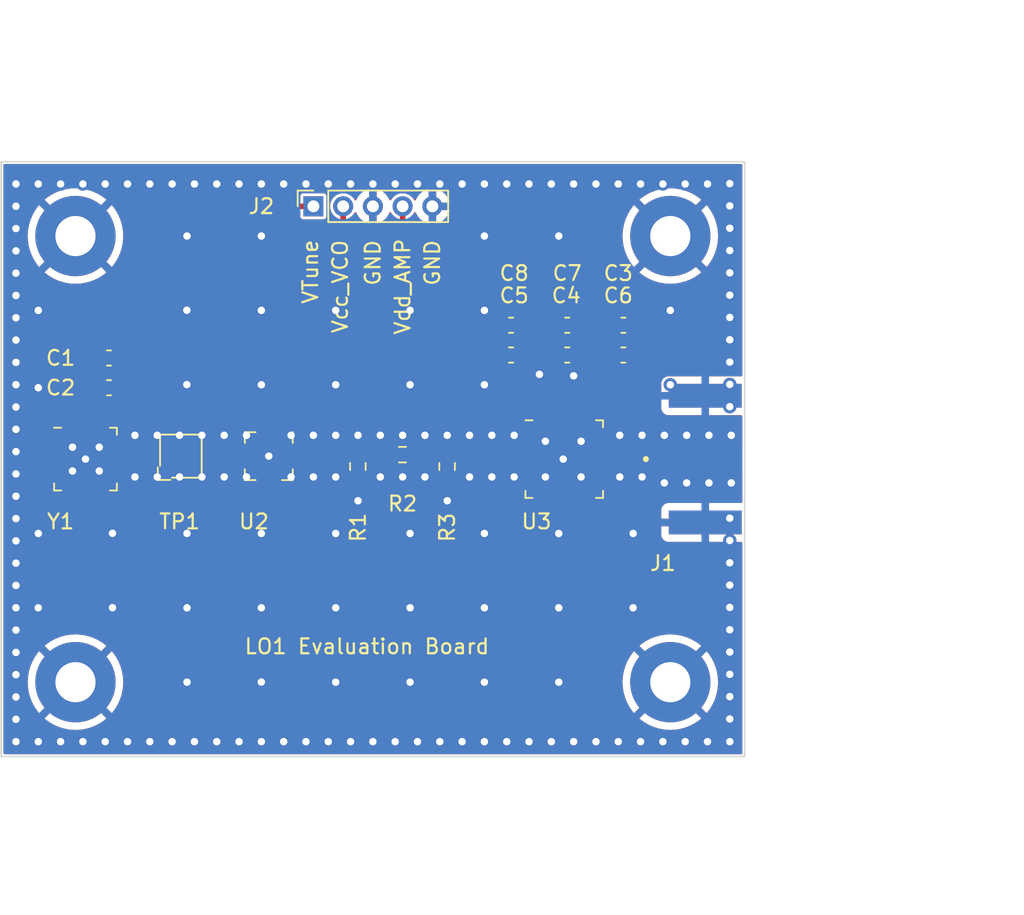
<source format=kicad_pcb>
(kicad_pcb (version 20211014) (generator pcbnew)
  (layers (0 "F.Cu" signal) (31 "B.Cu" signal) (34 "B.Paste" user) (35 "F.Paste" user) (36 "B.SilkS" user "B.Silkscreen") (37 "F.SilkS" user "F.Silkscreen") (38 "B.Mask" user) (39 "F.Mask" user) (44 "Edge.Cuts" user))
  (net 0 "")
  (net 1 "/Vcc_VCO")
  (net 2 "GND")
  (net 3 "/Vdd_Amp")
  (net 4 "/RFOut")
  (net 5 "/VTune")
  (net 8 "/FD_out")
  (net 9 "/Att_out")
  (net 10 "/TP_out")
  (net 11 "/VCO_out")
  (footprint "Resistor_SMD:R_0603_1608Metric" (layer "F.Cu") (at 164.99 90.5 90)
    (fp_text reference "R3" (at -4.1 0.01 90) (layer "F.SilkS"))
    (fp_text value "100 R")
    (fp_line (start -0.237258 0.5225) (end 0.237258 0.5225) (layer "F.SilkS") (width 0.12))
    (fp_line (start -0.237258 -0.5225) (end 0.237258 -0.5225) (layer "F.SilkS") (width 0.12))
    (pad "1" smd roundrect (at -0.825 0 90) (size 0.8 0.95) (layers "F.Cu" "F.Paste" "F.Mask") (net 2 "GND"))
    (pad "2" smd roundrect (at 0.825 0 90) (size 0.8 0.95) (layers "F.Cu" "F.Paste" "F.Mask") (net 9 "/Att_out"))
  )
  (footprint "Capacitor_SMD:C_0603_1608Metric" (layer "F.Cu") (at 142.25 83.2)
    (fp_text reference "C1" (at -3.25 0) (layer "F.SilkS"))
    (fp_text value "10 nF")
    (fp_line (start -0.14058 -0.51) (end 0.14058 -0.51) (layer "F.SilkS") (width 0.12))
    (fp_line (start -0.14058 0.51) (end 0.14058 0.51) (layer "F.SilkS") (width 0.12))
    (pad "1" smd roundrect (at -0.775 0) (size 0.9 0.95) (layers "F.Cu" "F.Paste" "F.Mask") (net 1 "/Vcc_VCO"))
    (pad "2" smd roundrect (at 0.775 0) (size 0.9 0.95) (layers "F.Cu" "F.Paste" "F.Mask") (net 2 "GND"))
  )
  (footprint "Package_DFN_QFN:QFN-32-1EP_5x5mm_P0.5mm_EP3.6x3.6mm" (layer "F.Cu") (at 172.867488 89.999999)
    (fp_text reference "U3" (at -1.867488 4.200001) (layer "F.SilkS"))
    (fp_text value "HMC516")
    (fp_line (start -2.135 -2.61) (end -2.61 -2.61) (layer "F.SilkS") (width 0.12))
    (fp_line (start 2.61 -2.61) (end 2.61 -2.135) (layer "F.SilkS") (width 0.12))
    (fp_line (start 2.135 2.61) (end 2.61 2.61) (layer "F.SilkS") (width 0.12))
    (fp_line (start 2.61 2.61) (end 2.61 2.135) (layer "F.SilkS") (width 0.12))
    (fp_line (start 2.135 -2.61) (end 2.61 -2.61) (layer "F.SilkS") (width 0.12))
    (fp_line (start -2.61 2.61) (end -2.61 2.135) (layer "F.SilkS") (width 0.12))
    (fp_line (start -2.135 2.61) (end -2.61 2.61) (layer "F.SilkS") (width 0.12))
    (pad "1" smd roundrect (at -2.45 -1.75) (size 0.8 0.25) (layers "F.Cu" "F.Paste" "F.Mask") (net 2 "GND"))
    (pad "2" smd roundrect (at -2.45 -1.25) (size 0.8 0.25) (layers "F.Cu" "F.Paste" "F.Mask") (net 2 "GND"))
    (pad "3" smd roundrect (at -2.45 -0.75) (size 0.8 0.25) (layers "F.Cu" "F.Paste" "F.Mask") (net 2 "GND"))
    (pad "4" smd roundrect (at -2.45 -0.25) (size 0.8 0.25) (layers "F.Cu" "F.Paste" "F.Mask") (net 9 "/Att_out"))
    (pad "5" smd roundrect (at -2.45 0.25) (size 0.8 0.25) (layers "F.Cu" "F.Paste" "F.Mask") (net 2 "GND"))
    (pad "6" smd roundrect (at -2.45 0.75) (size 0.8 0.25) (layers "F.Cu" "F.Paste" "F.Mask") (net 2 "GND"))
    (pad "7" smd roundrect (at -2.45 1.25) (size 0.8 0.25) (layers "F.Cu" "F.Paste" "F.Mask") (net 2 "GND"))
    (pad "8" smd roundrect (at -2.45 1.75) (size 0.8 0.25) (layers "F.Cu" "F.Paste" "F.Mask") (net 2 "GND"))
    (pad "9" smd roundrect (at -1.75 2.45) (size 0.25 0.8) (layers "F.Cu" "F.Paste" "F.Mask") (net 2 "GND"))
    (pad "10" smd roundrect (at -1.25 2.45) (size 0.25 0.8) (layers "F.Cu" "F.Paste" "F.Mask") (net 2 "GND"))
    (pad "11" smd roundrect (at -0.75 2.45) (size 0.25 0.8) (layers "F.Cu" "F.Paste" "F.Mask") (net 2 "GND"))
    (pad "12" smd roundrect (at -0.25 2.45) (size 0.25 0.8) (layers "F.Cu" "F.Paste" "F.Mask") (net 2 "GND"))
    (pad "13" smd roundrect (at 0.25 2.45) (size 0.25 0.8) (layers "F.Cu" "F.Paste" "F.Mask") (net 2 "GND"))
    (pad "14" smd roundrect (at 0.75 2.45) (size 0.25 0.8) (layers "F.Cu" "F.Paste" "F.Mask") (net 2 "GND"))
    (pad "15" smd roundrect (at 1.25 2.45) (size 0.25 0.8) (layers "F.Cu" "F.Paste" "F.Mask") (net 2 "GND"))
    (pad "16" smd roundrect (at 1.75 2.45) (size 0.25 0.8) (layers "F.Cu" "F.Paste" "F.Mask") (net 2 "GND"))
    (pad "17" smd roundrect (at 2.45 1.75) (size 0.8 0.25) (layers "F.Cu" "F.Paste" "F.Mask") (net 2 "GND"))
    (pad "18" smd roundrect (at 2.45 1.25) (size 0.8 0.25) (layers "F.Cu" "F.Paste" "F.Mask") (net 2 "GND"))
    (pad "19" smd roundrect (at 2.45 0.75) (size 0.8 0.25) (layers "F.Cu" "F.Paste" "F.Mask") (net 2 "GND"))
    (pad "20" smd roundrect (at 2.45 0.25) (size 0.8 0.25) (layers "F.Cu" "F.Paste" "F.Mask") (net 2 "GND"))
    (pad "21" smd roundrect (at 2.45 -0.25) (size 0.8 0.25) (layers "F.Cu" "F.Paste" "F.Mask") (net 4 "/RFOut"))
    (pad "22" smd roundrect (at 2.45 -0.75) (size 0.8 0.25) (layers "F.Cu" "F.Paste" "F.Mask") (net 2 "GND"))
    (pad "23" smd roundrect (at 2.45 -1.25) (size 0.8 0.25) (layers "F.Cu" "F.Paste" "F.Mask") (net 2 "GND"))
    (pad "24" smd roundrect (at 2.45 -1.75) (size 0.8 0.25) (layers "F.Cu" "F.Paste" "F.Mask") (net 2 "GND"))
    (pad "25" smd roundrect (at 1.75 -2.45) (size 0.25 0.8) (layers "F.Cu" "F.Paste" "F.Mask") (net 2 "GND"))
    (pad "26" smd roundrect (at 1.25 -2.45) (size 0.25 0.8) (layers "F.Cu" "F.Paste" "F.Mask") (net 3 "/Vdd_Amp"))
    (pad "27" smd roundrect (at 0.75 -2.45) (size 0.25 0.8) (layers "F.Cu" "F.Paste" "F.Mask") (net 2 "GND"))
    (pad "28" smd roundrect (at 0.25 -2.45) (size 0.25 0.8) (layers "F.Cu" "F.Paste" "F.Mask") (net 3 "/Vdd_Amp"))
    (pad "29" smd roundrect (at -0.25 -2.45) (size 0.25 0.8) (layers "F.Cu" "F.Paste" "F.Mask") (net 2 "GND"))
    (pad "30" smd roundrect (at -0.75 -2.45) (size 0.25 0.8) (layers "F.Cu" "F.Paste" "F.Mask") (net 3 "/Vdd_Amp"))
    (pad "31" smd roundrect (at -1.25 -2.45) (size 0.25 0.8) (layers "F.Cu" "F.Paste" "F.Mask") (net 2 "GND"))
    (pad "32" smd roundrect (at -1.75 -2.45) (size 0.25 0.8) (layers "F.Cu" "F.Paste" "F.Mask") (net 2 "GND"))
    (pad "33" smd rect (at 0 0) (size 3.6 3.6) (layers "F.Cu" "F.Mask") (net 2 "GND"))
  )
  (footprint "GGS_Connectors:LINX_CONSMA020.062-G" (layer "F.Cu") (at 184.8 90 90)
    (fp_text reference "J1" (at -7.000001 -5.299987 180) (layer "F.SilkS"))
    (fp_text value "SMA")
    (fp_circle (center 0 -6.44) (end 0.1 -6.44) (layer "F.SilkS") (width 0.2) (fill none))
    (pad "1" smd rect (at 0 -2.8 90) (size 1.5 5.6) (layers "F.Cu" "F.Paste" "F.Mask") (net 4 "/RFOut"))
    (pad "S1" smd rect (at -4.26 -2.45 90) (size 1.6 4.9) (layers "F.Cu" "F.Paste" "F.Mask") (net 2 "GND"))
    (pad "S2" smd rect (at 4.26 -2.45 90) (size 1.6 4.9) (layers "F.Cu" "F.Paste" "F.Mask") (net 2 "GND"))
    (pad "S3" smd rect (at -4.26 -2.45 90) (size 1.6 4.9) (layers "B.Cu" "B.Paste" "B.Mask") (net 2 "GND"))
    (pad "S4" smd rect (at 4.26 -2.45 90) (size 1.6 4.9) (layers "B.Cu" "B.Paste" "B.Mask") (net 2 "GND"))
  )
  (footprint "Connector_PinSocket_2.00mm:PinSocket_1x05_P2.00mm_Vertical" (layer "F.Cu") (at 156 73 90)
    (fp_text reference "J2" (at 0 -3.5) (layer "F.SilkS"))
    (fp_text value "Conn_01x05")
    (fp_line (start -1.06 9.06) (end 1.06 9.06) (layer "F.SilkS") (width 0.12))
    (fp_line (start 0 -1.06) (end 1.06 -1.06) (layer "F.SilkS") (width 0.12))
    (fp_line (start -1.06 1) (end -1.06 9.06) (layer "F.SilkS") (width 0.12))
    (fp_line (start 1.06 1) (end 1.06 9.06) (layer "F.SilkS") (width 0.12))
    (fp_line (start 1.06 -1.06) (end 1.06 0) (layer "F.SilkS") (width 0.12))
    (fp_line (start -1.06 1) (end 1.06 1) (layer "F.SilkS") (width 0.12))
    (pad "1" thru_hole rect (at 0 0 90) (size 1.35 1.35) (drill 0.8) (layers *.Cu *.Mask) (net 5 "/VTune"))
    (pad "2" thru_hole oval (at 0 2 90) (size 1.35 1.35) (drill 0.8) (layers *.Cu *.Mask) (net 1 "/Vcc_VCO"))
    (pad "3" thru_hole oval (at 0 4 90) (size 1.35 1.35) (drill 0.8) (layers *.Cu *.Mask) (net 2 "GND"))
    (pad "4" thru_hole oval (at 0 6 90) (size 1.35 1.35) (drill 0.8) (layers *.Cu *.Mask) (net 3 "/Vdd_Amp"))
    (pad "5" thru_hole oval (at 0 8 90) (size 1.35 1.35) (drill 0.8) (layers *.Cu *.Mask) (net 2 "GND"))
  )
  (footprint "Capacitor_SMD:C_0603_1608Metric" (layer "F.Cu") (at 169.2925 83 180)
    (fp_text reference "C8" (at -0.2075 5.5) (layer "F.SilkS"))
    (fp_text value "2.2 uF")
    (fp_line (start -0.14058 0.51) (end 0.14058 0.51) (layer "F.SilkS") (width 0.12))
    (fp_line (start -0.14058 -0.51) (end 0.14058 -0.51) (layer "F.SilkS") (width 0.12))
    (pad "1" smd roundrect (at -0.775 0 180) (size 0.9 0.95) (layers "F.Cu" "F.Paste" "F.Mask") (net 3 "/Vdd_Amp"))
    (pad "2" smd roundrect (at 0.775 0 180) (size 0.9 0.95) (layers "F.Cu" "F.Paste" "F.Mask") (net 2 "GND"))
  )
  (footprint "Capacitor_SMD:C_0603_1608Metric" (layer "F.Cu") (at 176.8425 83)
    (fp_text reference "C3" (at -0.3425 -5.5) (layer "F.SilkS"))
    (fp_text value "100 pF")
    (fp_line (start -0.14058 -0.51) (end 0.14058 -0.51) (layer "F.SilkS") (width 0.12))
    (fp_line (start -0.14058 0.51) (end 0.14058 0.51) (layer "F.SilkS") (width 0.12))
    (pad "1" smd roundrect (at -0.775 0) (size 0.9 0.95) (layers "F.Cu" "F.Paste" "F.Mask") (net 3 "/Vdd_Amp"))
    (pad "2" smd roundrect (at 0.775 0) (size 0.9 0.95) (layers "F.Cu" "F.Paste" "F.Mask") (net 2 "GND"))
  )
  (footprint "Capacitor_SMD:C_0603_1608Metric" (layer "F.Cu") (at 176.8425 81)
    (fp_text reference "C6" (at -0.3425 -2) (layer "F.SilkS"))
    (fp_text value "2.2 uF")
    (fp_line (start -0.14058 -0.51) (end 0.14058 -0.51) (layer "F.SilkS") (width 0.12))
    (fp_line (start -0.14058 0.51) (end 0.14058 0.51) (layer "F.SilkS") (width 0.12))
    (pad "1" smd roundrect (at -0.775 0) (size 0.9 0.95) (layers "F.Cu" "F.Paste" "F.Mask") (net 3 "/Vdd_Amp"))
    (pad "2" smd roundrect (at 0.775 0) (size 0.9 0.95) (layers "F.Cu" "F.Paste" "F.Mask") (net 2 "GND"))
  )
  (footprint "MountingHole:MountingHole_2.7mm_M2.5_Pad" (layer "F.Cu") (at 140 105)
    (fp_text reference "H2" hide)
    (fp_text value "M2.5")
    (pad "1" thru_hole circle (at 0 0) (size 5.4 5.4) (drill 2.7) (layers *.Cu *.Mask) (net 2 "GND"))
  )
  (footprint "Capacitor_SMD:C_0603_1608Metric" (layer "F.Cu") (at 142.25 85.2)
    (fp_text reference "C2" (at -3.25 0) (layer "F.SilkS"))
    (fp_text value "4.7 uF")
    (fp_line (start -0.14058 0.51) (end 0.14058 0.51) (layer "F.SilkS") (width 0.12))
    (fp_line (start -0.14058 -0.51) (end 0.14058 -0.51) (layer "F.SilkS") (width 0.12))
    (pad "1" smd roundrect (at -0.775 0) (size 0.9 0.95) (layers "F.Cu" "F.Paste" "F.Mask") (net 1 "/Vcc_VCO"))
    (pad "2" smd roundrect (at 0.775 0) (size 0.9 0.95) (layers "F.Cu" "F.Paste" "F.Mask") (net 2 "GND"))
  )
  (footprint "Capacitor_SMD:C_0603_1608Metric" (layer "F.Cu") (at 173.0675 83)
    (fp_text reference "C4" (at -0.0675 -4) (layer "F.SilkS"))
    (fp_text value "100 pF")
    (fp_line (start -0.14058 -0.51) (end 0.14058 -0.51) (layer "F.SilkS") (width 0.12))
    (fp_line (start -0.14058 0.51) (end 0.14058 0.51) (layer "F.SilkS") (width 0.12))
    (pad "1" smd roundrect (at -0.775 0) (size 0.9 0.95) (layers "F.Cu" "F.Paste" "F.Mask") (net 3 "/Vdd_Amp"))
    (pad "2" smd roundrect (at 0.775 0) (size 0.9 0.95) (layers "F.Cu" "F.Paste" "F.Mask") (net 2 "GND"))
  )
  (footprint "Package_DFN_QFN:QFN-24-1EP_4x4mm_P0.5mm_EP2.7x2.7mm" (layer "F.Cu") (at 140.675 89.999999)
    (fp_text reference "Y1" (at -1.675 4.2) (layer "F.SilkS"))
    (fp_text value "HMC506LP4")
    (fp_line (start 2.11 -2.11) (end 2.11 -1.635) (layer "F.SilkS") (width 0.12))
    (fp_line (start 1.635 2.11) (end 2.11 2.11) (layer "F.SilkS") (width 0.12))
    (fp_line (start 1.635 -2.11) (end 2.11 -2.11) (layer "F.SilkS") (width 0.12))
    (fp_line (start -1.635 2.11) (end -2.11 2.11) (layer "F.SilkS") (width 0.12))
    (fp_line (start -1.635 -2.11) (end -2.11 -2.11) (layer "F.SilkS") (width 0.12))
    (fp_line (start -2.11 2.11) (end -2.11 1.635) (layer "F.SilkS") (width 0.12))
    (fp_line (start 2.11 2.11) (end 2.11 1.635) (layer "F.SilkS") (width 0.12))
    (pad "1" smd roundrect (at -1.9625 -1.25) (size 0.825 0.25) (layers "F.Cu" "F.Paste" "F.Mask") (net 2 "GND"))
    (pad "2" smd roundrect (at -1.9625 -0.75) (size 0.825 0.25) (layers "F.Cu" "F.Paste" "F.Mask") (net 2 "GND"))
    (pad "3" smd roundrect (at -1.9625 -0.25) (size 0.825 0.25) (layers "F.Cu" "F.Paste" "F.Mask") (net 2 "GND"))
    (pad "4" smd roundrect (at -1.9625 0.25) (size 0.825 0.25) (layers "F.Cu" "F.Paste" "F.Mask") (net 2 "GND"))
    (pad "5" smd roundrect (at -1.9625 0.75) (size 0.825 0.25) (layers "F.Cu" "F.Paste" "F.Mask") (net 2 "GND"))
    (pad "6" smd roundrect (at -1.9625 1.25) (size 0.825 0.25) (layers "F.Cu" "F.Paste" "F.Mask") (net 2 "GND"))
    (pad "7" smd roundrect (at -1.25 1.9625) (size 0.25 0.825) (layers "F.Cu" "F.Paste" "F.Mask") (net 2 "GND"))
    (pad "8" smd roundrect (at -0.75 1.9625) (size 0.25 0.825) (layers "F.Cu" "F.Paste" "F.Mask") (net 2 "GND"))
    (pad "9" smd roundrect (at -0.25 1.9625) (size 0.25 0.825) (layers "F.Cu" "F.Paste" "F.Mask") (net 2 "GND"))
    (pad "10" smd roundrect (at 0.25 1.9625) (size 0.25 0.825) (layers "F.Cu" "F.Paste" "F.Mask") (net 2 "GND"))
    (pad "11" smd roundrect (at 0.75 1.9625) (size 0.25 0.825) (layers "F.Cu" "F.Paste" "F.Mask") (net 2 "GND"))
    (pad "12" smd roundrect (at 1.25 1.9625) (size 0.25 0.825) (layers "F.Cu" "F.Paste" "F.Mask") (net 2 "GND"))
    (pad "13" smd roundrect (at 1.9625 1.25) (size 0.825 0.25) (layers "F.Cu" "F.Paste" "F.Mask") (net 2 "GND"))
    (pad "14" smd roundrect (at 1.9625 0.75) (size 0.825 0.25) (layers "F.Cu" "F.Paste" "F.Mask") (net 2 "GND"))
    (pad "15" smd roundrect (at 1.9625 0.25) (size 0.825 0.25) (layers "F.Cu" "F.Paste" "F.Mask") (net 2 "GND"))
    (pad "16" smd roundrect (at 1.9625 -0.25) (size 0.825 0.25) (layers "F.Cu" "F.Paste" "F.Mask") (net 11 "/VCO_out"))
    (pad "17" smd roundrect (at 1.9625 -0.75) (size 0.825 0.25) (layers "F.Cu" "F.Paste" "F.Mask") (net 2 "GND"))
    (pad "18" smd roundrect (at 1.9625 -1.25) (size 0.825 0.25) (layers "F.Cu" "F.Paste" "F.Mask") (net 2 "GND"))
    (pad "19" smd roundrect (at 1.25 -1.9625) (size 0.25 0.825) (layers "F.Cu" "F.Paste" "F.Mask") (net 2 "GND"))
    (pad "20" smd roundrect (at 0.75 -1.9625) (size 0.25 0.825) (layers "F.Cu" "F.Paste" "F.Mask") (net 1 "/Vcc_VCO"))
    (pad "21" smd roundrect (at 0.25 -1.9625) (size 0.25 0.825) (layers "F.Cu" "F.Paste" "F.Mask") (net 2 "GND"))
    (pad "22" smd roundrect (at -0.25 -1.9625) (size 0.25 0.825) (layers "F.Cu" "F.Paste" "F.Mask") (net 5 "/VTune"))
    (pad "23" smd roundrect (at -0.75 -1.9625) (size 0.25 0.825) (layers "F.Cu" "F.Paste" "F.Mask") (net 2 "GND"))
    (pad "24" smd roundrect (at -1.25 -1.9625) (size 0.25 0.825) (layers "F.Cu" "F.Paste" "F.Mask") (net 2 "GND"))
    (pad "25" smd rect (at 0 0) (size 2.7 2.7) (layers "F.Cu" "F.Mask") (net 2 "GND"))
  )
  (footprint "MountingHole:MountingHole_2.7mm_M2.5_Pad" (layer "F.Cu") (at 140 75)
    (fp_text reference "H1" hide)
    (fp_text value "M2.5")
    (pad "1" thru_hole circle (at 0 0) (size 5.4 5.4) (drill 2.7) (layers *.Cu *.Mask) (net 2 "GND"))
  )
  (footprint "GGS_Connectors:CoaxialSwitch_Hirose_MS-156C3_Horizontal" (layer "F.Cu") (at 147.087499 89.8)
    (fp_text reference "TP1" (at -0.0875 4.4 180) (layer "F.SilkS"))
    (fp_text value "MS-156C")
    (fp_line (start 1.4 1.45) (end -0.6 1.45) (layer "F.SilkS") (width 0.12))
    (fp_line (start 1.4 -1.45) (end 1.4 1.45) (layer "F.SilkS") (width 0.12))
    (fp_line (start -1.4 -1.45) (end 1.4 -1.45) (layer "F.SilkS") (width 0.12))
    (fp_line (start -1.55 1.6) (end -0.7 1.6) (layer "F.SilkS") (width 0.12))
    (fp_line (start -1.55 0.75) (end -1.55 1.6) (layer "F.SilkS") (width 0.12))
    (fp_line (start -1.4 -1.45) (end -1.4 0.65) (layer "F.SilkS") (width 0.12))
    (pad "A" smd rect (at 0.96 0) (size 0.48 0.5) (layers "F.Cu" "F.Mask") (net 10 "/TP_out"))
    (pad "C" smd rect (at -0.96 0) (size 0.48 0.5) (layers "F.Cu" "F.Mask") (net 11 "/VCO_out"))
    (pad "G" smd custom (at 0 0.815 180) (size 0.35 0.35) (layers "F.Cu" "F.Mask") (net 2 "GND") (options (clearance outline) (anchor rect)) (primitives (gr_poly (pts (xy -0.45 -0.185) (xy 0.45 -0.185) (xy 0.45 -0.435) (xy 1.2 -0.435) (xy 1.2 0.035) (xy 1 0.235) (xy -1.2 0.235) (xy -1.2 -0.435) (xy -0.45 -0.435)) (width 0) (fill yes))))
    (pad "G" smd custom (at 0 -0.815) (size 0.35 0.35) (layers "F.Cu" "F.Mask") (net 2 "GND") (options (clearance outline) (anchor rect)) (primitives (gr_poly (pts (xy -0.45 -0.185) (xy 0.45 -0.185) (xy 0.45 -0.435) (xy 1.2 -0.435) (xy 1.2 0.235) (xy -1 0.235) (xy -1.2 0.035) (xy -1.2 -0.435) (xy -0.45 -0.435)) (width 0) (fill yes))))
  )
  (footprint "Package_DFN_QFN:QFN-12-1EP_3x3mm_P0.5mm_EP1.65x1.65mm" (layer "F.Cu") (at 153 89.8 -90)
    (fp_text reference "U2" (at 4.4 1 180) (layer "F.SilkS"))
    (fp_text value "CY2-44+")
    (fp_line (start -1.61 1.61) (end -1.61 0.885) (layer "F.SilkS") (width 0.12))
    (fp_line (start 0.885 -1.61) (end 1.61 -1.61) (layer "F.SilkS") (width 0.12))
    (fp_line (start -0.885 1.61) (end -1.61 1.61) (layer "F.SilkS") (width 0.12))
    (fp_line (start 1.61 1.61) (end 1.61 0.885) (layer "F.SilkS") (width 0.12))
    (fp_line (start 0.885 1.61) (end 1.61 1.61) (layer "F.SilkS") (width 0.12))
    (fp_line (start 1.61 -1.61) (end 1.61 -0.885) (layer "F.SilkS") (width 0.12))
    (fp_line (start -0.885 -1.61) (end -1.61 -1.61) (layer "F.SilkS") (width 0.12))
    (pad "1" smd roundrect (at -1.4625 -0.5 270) (size 0.825 0.25) (layers "F.Cu" "F.Paste" "F.Mask") (net 2 "GND"))
    (pad "2" smd roundrect (at -1.4625 0 270) (size 0.825 0.25) (layers "F.Cu" "F.Paste" "F.Mask"))
    (pad "3" smd roundrect (at -1.4625 0.5 270) (size 0.825 0.25) (layers "F.Cu" "F.Paste" "F.Mask") (net 2 "GND"))
    (pad "4" smd roundrect (at -0.5 1.4625 270) (size 0.25 0.825) (layers "F.Cu" "F.Paste" "F.Mask") (net 2 "GND"))
    (pad "5" smd roundrect (at 0 1.4625 270) (size 0.25 0.825) (layers "F.Cu" "F.Paste" "F.Mask") (net 10 "/TP_out"))
    (pad "6" smd roundrect (at 0.5 1.4625 270) (size 0.25 0.825) (layers "F.Cu" "F.Paste" "F.Mask") (net 2 "GND"))
    (pad "7" smd roundrect (at 1.4625 0.5 270) (size 0.825 0.25) (layers "F.Cu" "F.Paste" "F.Mask") (net 2 "GND"))
    (pad "8" smd roundrect (at 1.4625 0 270) (size 0.825 0.25) (layers "F.Cu" "F.Paste" "F.Mask"))
    (pad "9" smd roundrect (at 1.4625 -0.5 270) (size 0.825 0.25) (layers "F.Cu" "F.Paste" "F.Mask") (net 2 "GND"))
    (pad "10" smd roundrect (at 0.5 -1.4625 270) (size 0.25 0.825) (layers "F.Cu" "F.Paste" "F.Mask") (net 2 "GND"))
    (pad "11" smd roundrect (at 0 -1.4625 270) (size 0.25 0.825) (layers "F.Cu" "F.Paste" "F.Mask") (net 8 "/FD_out"))
    (pad "12" smd roundrect (at -0.5 -1.4625 270) (size 0.25 0.825) (layers "F.Cu" "F.Paste" "F.Mask") (net 2 "GND"))
    (pad "13" smd rect (at 0 0 270) (size 1.65 1.65) (layers "F.Cu" "F.Mask") (net 2 "GND"))
  )
  (footprint "Resistor_SMD:R_0603_1608Metric" (layer "F.Cu") (at 161.99 89.7)
    (fp_text reference "R2" (at 0 3.3) (layer "F.SilkS"))
    (fp_text value "50 R")
    (fp_line (start -0.237258 -0.5225) (end 0.237258 -0.5225) (layer "F.SilkS") (width 0.12))
    (fp_line (start -0.237258 0.5225) (end 0.237258 0.5225) (layer "F.SilkS") (width 0.12))
    (pad "1" smd roundrect (at -0.825 0) (size 0.8 0.95) (layers "F.Cu" "F.Paste" "F.Mask") (net 8 "/FD_out"))
    (pad "2" smd roundrect (at 0.825 0) (size 0.8 0.95) (layers "F.Cu" "F.Paste" "F.Mask") (net 9 "/Att_out"))
  )
  (footprint "MountingHole:MountingHole_2.7mm_M2.5_Pad" (layer "F.Cu") (at 180 75)
    (fp_text reference "H3" hide)
    (fp_text value "M2.5")
    (pad "1" thru_hole circle (at 0 0) (size 5.4 5.4) (drill 2.7) (layers *.Cu *.Mask) (net 2 "GND"))
  )
  (footprint "Capacitor_SMD:C_0603_1608Metric" (layer "F.Cu") (at 169.2925 81 180)
    (fp_text reference "C5" (at -0.2075 2) (layer "F.SilkS"))
    (fp_text value "100 pF")
    (fp_line (start -0.14058 0.51) (end 0.14058 0.51) (layer "F.SilkS") (width 0.12))
    (fp_line (start -0.14058 -0.51) (end 0.14058 -0.51) (layer "F.SilkS") (width 0.12))
    (pad "1" smd roundrect (at -0.775 0 180) (size 0.9 0.95) (layers "F.Cu" "F.Paste" "F.Mask") (net 3 "/Vdd_Amp"))
    (pad "2" smd roundrect (at 0.775 0 180) (size 0.9 0.95) (layers "F.Cu" "F.Paste" "F.Mask") (net 2 "GND"))
  )
  (footprint "MountingHole:MountingHole_2.7mm_M2.5_Pad" (layer "F.Cu") (at 180 105)
    (fp_text reference "H4" hide)
    (fp_text value "M2.5")
    (pad "1" thru_hole circle (at 0 0) (size 5.4 5.4) (drill 2.7) (layers *.Cu *.Mask) (net 2 "GND"))
  )
  (footprint "Resistor_SMD:R_0603_1608Metric" (layer "F.Cu") (at 158.99 90.5 -90)
    (fp_text reference "R1" (at 4.1 -0.01 -90) (layer "F.SilkS"))
    (fp_text value "100 R")
    (fp_line (start -0.237258 -0.5225) (end 0.237258 -0.5225) (layer "F.SilkS") (width 0.12))
    (fp_line (start -0.237258 0.5225) (end 0.237258 0.5225) (layer "F.SilkS") (width 0.12))
    (pad "1" smd roundrect (at -0.825 0 270) (size 0.8 0.95) (layers "F.Cu" "F.Paste" "F.Mask") (net 8 "/FD_out"))
    (pad "2" smd roundrect (at 0.825 0 270) (size 0.8 0.95) (layers "F.Cu" "F.Paste" "F.Mask") (net 2 "GND"))
  )
  (footprint "Capacitor_SMD:C_0603_1608Metric" (layer "F.Cu") (at 173.0675 81)
    (fp_text reference "C7" (at 0 -3.5) (layer "F.SilkS"))
    (fp_text value "2.2 uF")
    (fp_line (start -0.14058 0.51) (end 0.14058 0.51) (layer "F.SilkS") (width 0.12))
    (fp_line (start -0.14058 -0.51) (end 0.14058 -0.51) (layer "F.SilkS") (width 0.12))
    (pad "1" smd roundrect (at -0.775 0) (size 0.9 0.95) (layers "F.Cu" "F.Paste" "F.Mask") (net 3 "/Vdd_Amp"))
    (pad "2" smd roundrect (at 0.775 0) (size 0.9 0.95) (layers "F.Cu" "F.Paste" "F.Mask") (net 2 "GND"))
  )
  (gr_rect (start 135 110) (end 185 70) (layer "Edge.Cuts") (width 0.1) (fill none))
  (gr_text "GND" (at 160 76.8 90) (layer "F.SilkS") (effects (font (size 1 1))))
  (gr_text "VTune" (at 155.8 77.4 90) (layer "F.SilkS") (effects (font (size 1 1))))
  (gr_text "Vcc_VCO" (at 157.8 78.4 90) (layer "F.SilkS") (effects (font (size 1 1))))
  (gr_text "GND" (at 164 76.8 90) (layer "F.SilkS") (effects (font (size 1 1))))
  (gr_text "Vdd_AMP" (at 162 78.4 90) (layer "F.SilkS") (effects (font (size 1 1))))
  (gr_text "LO1 Evaluation Board" (at 159.6 102.6) (layer "F.SilkS") (effects (font (size 1 1))))
  (segment (start 141.425 81.975) (end 146.8 76.6) (width 0.381) (layer "F.Cu") (net 1))
  (segment (start 156.4 76.6) (end 158 75) (width 0.381) (layer "F.Cu") (net 1))
  (segment (start 141.425 88.037499) (end 141.425 81.975) (width 0.381) (layer "F.Cu") (net 1))
  (segment (start 158 75) (end 158 73) (width 0.381) (layer "F.Cu") (net 1))
  (segment (start 146.8 76.6) (end 156.4 76.6) (width 0.381) (layer "F.Cu") (net 1))
  (via (at 143.5 71.5) (size 0.9) (drill 0.5) (layers "F.Cu" "B.Cu") (net 2))
  (via (at 183.997928 83.474236) (size 0.9) (drill 0.5) (layers "F.Cu" "B.Cu") (net 2))
  (via (at 160 71.5) (size 0.9) (drill 0.5) (layers "F.Cu" "B.Cu") (net 2))
  (via (at 167.5 109) (size 0.9) (drill 0.5) (layers "F.Cu" "B.Cu") (net 2))
  (via (at 147.5 105) (size 0.9) (drill 0.5) (layers "F.Cu" "B.Cu") (net 2))
  (via (at 179.5 109) (size 0.9) (drill 0.5) (layers "F.Cu" "B.Cu") (net 2))
  (via (at 147.5 75) (size 0.9) (drill 0.5) (layers "F.Cu" "B.Cu") (net 2))
  (via (at 145 109) (size 0.9) (drill 0.5) (layers "F.Cu" "B.Cu") (net 2))
  (via (at 157.5 105) (size 0.9) (drill 0.5) (layers "F.Cu" "B.Cu") (net 2))
  (via (at 137.5 100) (size 0.9) (drill 0.5) (layers "F.Cu" "B.Cu") (net 2))
  (via (at 179.6 91.6) (size 0.9) (drill 0.5) (layers "F.Cu" "B.Cu") (net 2))
  (via (at 149.5 71.5) (size 0.9) (drill 0.5) (layers "F.Cu" "B.Cu") (net 2))
  (via (at 135.998835 84.996892) (size 0.9) (drill 0.5) (layers "F.Cu" "B.Cu") (net 2))
  (via (at 158.5 109) (size 0.9) (drill 0.5) (layers "F.Cu" "B.Cu") (net 2))
  (via (at 135.998835 105.996892) (size 0.9) (drill 0.5) (layers "F.Cu" "B.Cu") (net 2))
  (via (at 180 85) (size 0.9) (drill 0.5) (layers "F.Cu" "B.Cu") (net 2))
  (via (at 172.5 100) (size 0.9) (drill 0.5) (layers "F.Cu" "B.Cu") (net 2))
  (via (at 160.5 91.2) (size 0.9) (drill 0.5) (layers "F.Cu" "B.Cu") (net 2))
  (via (at 169 71.5) (size 0.9) (drill 0.5) (layers "F.Cu" "B.Cu") (net 2))
  (via (at 135.998835 89.496892) (size 0.9) (drill 0.5) (layers "F.Cu" "B.Cu") (net 2))
  (via (at 172 109) (size 0.9) (drill 0.5) (layers "F.Cu" "B.Cu") (net 2))
  (via (at 183.997928 80.474236) (size 0.9) (drill 0.5) (layers "F.Cu" "B.Cu") (net 2))
  (via (at 135.998835 78.996892) (size 0.9) (drill 0.5) (layers "F.Cu" "B.Cu") (net 2))
  (via (at 182.5 71.5) (size 0.9) (drill 0.5) (layers "F.Cu" "B.Cu") (net 2))
  (via (at 152.5 80) (size 0.9) (drill 0.5) (layers "F.Cu" "B.Cu") (net 2))
  (via (at 135.998835 74.496892) (size 0.9) (drill 0.5) (layers "F.Cu" "B.Cu") (net 2))
  (via (at 146.5 109) (size 0.9) (drill 0.5) (layers "F.Cu" "B.Cu") (net 2))
  (via (at 176.5 109) (size 0.9) (drill 0.5) (layers "F.Cu" "B.Cu") (net 2))
  (via (at 171.2 84.3) (size 0.9) (drill 0.5) (layers "F.Cu" "B.Cu") (net 2))
  (via (at 171.6 88.8) (size 0.9) (drill 0.5) (layers "F.Cu" "B.Cu") (net 2))
  (via (at 147 91.2) (size 0.9) (drill 0.5) (layers "F.Cu" "B.Cu") (net 2))
  (via (at 153 89.8) (size 0.9) (drill 0.5) (layers "F.Cu" "B.Cu") (net 2))
  (via (at 167.5 100) (size 0.9) (drill 0.5) (layers "F.Cu" "B.Cu") (net 2))
  (via (at 146.5 71.5) (size 0.9) (drill 0.5) (layers "F.Cu" "B.Cu") (net 2))
  (via (at 164.5 71.5) (size 0.9) (drill 0.5) (layers "F.Cu" "B.Cu") (net 2))
  (via (at 144 91.2) (size 0.9) (drill 0.5) (layers "F.Cu" "B.Cu") (net 2))
  (via (at 183.997928 81.974236) (size 0.9) (drill 0.5) (layers "F.Cu" "B.Cu") (net 2))
  (via (at 165 92.8) (size 0.9) (drill 0.5) (layers "F.Cu" "B.Cu") (net 2))
  (via (at 181.1 88.4) (size 0.9) (drill 0.5) (layers "F.Cu" "B.Cu") (net 2))
  (via (at 137.5 80) (size 0.9) (drill 0.5) (layers "F.Cu" "B.Cu") (net 2))
  (via (at 156 91.2) (size 0.9) (drill 0.5) (layers "F.Cu" "B.Cu") (net 2))
  (via (at 145.5 88.4) (size 0.9) (drill 0.5) (layers "F.Cu" "B.Cu") (net 2))
  (via (at 151 71.5) (size 0.9) (drill 0.5) (layers "F.Cu" "B.Cu") (net 2))
  (via (at 168 91.2) (size 0.9) (drill 0.5) (layers "F.Cu" "B.Cu") (net 2))
  (via (at 162.5 105) (size 0.9) (drill 0.5) (layers "F.Cu" "B.Cu") (net 2))
  (via (at 148.5 88.4) (size 0.9) (drill 0.5) (layers "F.Cu" "B.Cu") (net 2))
  (via (at 152.5 95) (size 0.9) (drill 0.5) (layers "F.Cu" "B.Cu") (net 2))
  (via (at 135.998835 86.496892) (size 0.9) (drill 0.5) (layers "F.Cu" "B.Cu") (net 2))
  (via (at 183.997928 78.974236) (size 0.9) (drill 0.5) (layers "F.Cu" "B.Cu") (net 2))
  (via (at 172.5 105) (size 0.9) (drill 0.5) (layers "F.Cu" "B.Cu") (net 2))
  (via (at 139 109) (size 0.9) (drill 0.5) (layers "F.Cu" "B.Cu") (net 2))
  (via (at 178 71.5) (size 0.9) (drill 0.5) (layers "F.Cu" "B.Cu") (net 2))
  (via (at 162.5 100) (size 0.9) (drill 0.5) (layers "F.Cu" "B.Cu") (net 2))
  (via (at 156 88.4) (size 0.9) (drill 0.5) (layers "F.Cu" "B.Cu") (net 2))
  (via (at 157 109) (size 0.9) (drill 0.5) (layers "F.Cu" "B.Cu") (net 2))
  (via (at 140.5 71.5) (size 0.9) (drill 0.5) (layers "F.Cu" "B.Cu") (net 2))
  (via (at 179.5 71.5) (size 0.9) (drill 0.5) (layers "F.Cu" "B.Cu") (net 2))
  (via (at 155.5 71.5) (size 0.9) (drill 0.5) (layers "F.Cu" "B.Cu") (net 2))
  (via (at 135.998835 77.496892) (size 0.9) (drill 0.5) (layers "F.Cu" "B.Cu") (net 2))
  (via (at 176.5 71.5) (size 0.9) (drill 0.5) (layers "F.Cu" "B.Cu") (net 2))
  (via (at 183.997928 107.474236) (size 0.9) (drill 0.5) (layers "F.Cu" "B.Cu") (net 2))
  (via (at 183.997928 102.974236) (size 0.9) (drill 0.5) (layers "F.Cu" "B.Cu") (net 2))
  (via (at 157.5 91.2) (size 0.9) (drill 0.5) (layers "F.Cu" "B.Cu") (net 2))
  (via (at 135.998835 90.996892) (size 0.9) (drill 0.5) (layers "F.Cu" "B.Cu") (net 2))
  (via (at 183.997928 105.974236) (size 0.9) (drill 0.5) (layers "F.Cu" "B.Cu") (net 2))
  (via (at 173.5 71.5) (size 0.9) (drill 0.5) (layers "F.Cu" "B.Cu") (net 2))
  (via (at 139 71.5) (size 0.9) (drill 0.5) (layers "F.Cu" "B.Cu") (net 2))
  (via (at 168 88.4) (size 0.9) (drill 0.5) (layers "F.Cu" "B.Cu") (net 2))
  (via (at 179.6 88.4) (size 0.9) (drill 0.5) (layers "F.Cu" "B.Cu") (net 2))
  (via (at 142.489642 94.989642) (size 0.9) (drill 0.5) (layers "F.Cu" "B.Cu") (net 2))
  (via (at 170.5 109) (size 0.9) (drill 0.5) (layers "F.Cu" "B.Cu") (net 2))
  (via (at 154 109) (size 0.9) (drill 0.5) (layers "F.Cu" "B.Cu") (net 2))
  (via (at 152.5 75) (size 0.9) (drill 0.5) (layers "F.Cu" "B.Cu") (net 2))
  (via (at 172 71.5) (size 0.9) (drill 0.5) (layers "F.Cu" "B.Cu") (net 2))
  (via (at 135.998835 104.496892) (size 0.9) (drill 0.5) (layers "F.Cu" "B.Cu") (net 2))
  (via (at 135.998835 81.996892) (size 0.9) (drill 0.5) (layers "F.Cu" "B.Cu") (net 2))
  (via (at 171.6 91.2) (size 0.9) (drill 0.5) (layers "F.Cu" "B.Cu") (net 2))
  (via (at 159 92.8) (size 0.9) (drill 0.5) (layers "F.Cu" "B.Cu") (net 2))
  (via (at 183.997928 99.974236) (size 0.9) (drill 0.5) (layers "F.Cu" "B.Cu") (net 2))
  (via (at 147.5 100) (size 0.9) (drill 0.5) (layers "F.Cu" "B.Cu") (net 2))
  (via (at 183.997928 75.974236) (size 0.9) (drill 0.5) (layers "F.Cu" "B.Cu") (net 2))
  (via (at 160 109) (size 0.9) (drill 0.5) (layers "F.Cu" "B.Cu") (net 2))
  (via (at 135.998835 87.996892) (size 0.9) (drill 0.5) (layers "F.Cu" "B.Cu") (net 2))
  (via (at 157.5 80) (size 0.9) (drill 0.5) (layers "F.Cu" "B.Cu") (net 2))
  (via (at 157 71.5) (size 0.9) (drill 0.5) (layers "F.Cu" "B.Cu") (net 2))
  (via (at 169.5 88.4) (size 0.9) (drill 0.5) (layers "F.Cu" "B.Cu") (net 2))
  (via (at 137.5 85.2) (size 0.9) (drill 0.5) (layers "F.Cu" "B.Cu") (net 2))
  (via (at 136 109) (size 0.9) (drill 0.5) (layers "F.Cu" "B.Cu") (net 2))
  (via (at 167.5 105) (size 0.9) (drill 0.5) (layers "F.Cu" "B.Cu") (net 2))
  (via (at 183.997928 84.974236) (size 0.9) (drill 0.5) (layers "F.Cu" "B.Cu") (net 2))
  (via (at 175 71.5) (size 0.9) (drill 0.5) (layers "F.Cu" "B.Cu") (net 2))
  (via (at 174 91.2) (size 0.9) (drill 0.5) (layers "F.Cu" "B.Cu") (net 2))
  (via (at 135.998835 75.996892) (size 0.9) (drill 0.5) (layers "F.Cu" "B.Cu") (net 2))
  (via (at 167.5 85) (size 0.9) (drill 0.5) (layers "F.Cu" "B.Cu") (net 2))
  (via (at 135.998835 93.996892) (size 0.9) (drill 0.5) (layers "F.Cu" "B.Cu") (net 2))
  (via (at 178.1 91.2) (size 0.9) (drill 0.5) (layers "F.Cu" "B.Cu") (net 2))
  (via (at 144 88.4) (size 0.9) (drill 0.5) (layers "F.Cu" "B.Cu") (net 2))
  (via (at 178.1 88.4) (size 0.9) (drill 0.5) (layers "F.Cu" "B.Cu") (net 2))
  (via (at 176.6 91.2) (size 0.9) (drill 0.5) (layers "F.Cu" "B.Cu") (net 2))
  (via (at 140.675 89.999999) (size 0.9) (drill 0.5) (layers "F.Cu" "B.Cu") (net 2))
  (via (at 152.5 109) (size 0.9) (drill 0.5) (layers "F.Cu" "B.Cu") (net 2))
  (via (at 183.997928 98.474236) (size 0.9) (drill 0.5) (layers "F.Cu" "B.Cu") (net 2))
  (via (at 135.998835 83.496892) (size 0.9) (drill 0.5) (layers "F.Cu" "B.Cu") (net 2))
  (via (at 166 71.5) (size 0.9) (drill 0.5) (layers "F.Cu" "B.Cu") (net 2))
  (via (at 183.997928 86.474236) (size 0.9) (drill 0.5) (layers "F.Cu" "B.Cu") (net 2))
  (via (at 147.489642 79.989642) (size 0.9) (drill 0.5) (layers "F.Cu" "B.Cu") (net 2))
  (via (at 137.5 109) (size 0.9) (drill 0.5) (layers "F.Cu" "B.Cu") (net 2))
  (via (at 162 88.4) (size 0.9) (drill 0.5) (layers "F.Cu" "B.Cu") (net 2))
  (via (at 135.998835 72.996892) (size 0.9) (drill 0.5) (layers "F.Cu" "B.Cu") (net 2))
  (via (at 181 109) (size 0.9) (drill 0.5) (layers "F.Cu" "B.Cu") (net 2))
  (via (at 177.5 95) (size 0.9) (drill 0.5) (layers "F.Cu" "B.Cu") (net 2))
  (via (at 160.5 88.4) (size 0.9) (drill 0.5) (layers "F.Cu" "B.Cu") (net 2))
  (via (at 145 71.5) (size 0.9) (drill 0.5) (layers "F.Cu" "B.Cu") (net 2))
  (via (at 149.5 109) (size 0.9) (drill 0.5) (layers "F.Cu" "B.Cu") (net 2))
  (via (at 169 109) (size 0.9) (drill 0.5) (layers "F.Cu" "B.Cu") (net 2))
  (via (at 148.5 91.2) (size 0.9) (drill 0.5) (layers "F.Cu" "B.Cu") (net 2))
  (via (at 163.5 91.2) (size 0.9) (drill 0.5) (layers "F.Cu" "B.Cu") (net 2))
  (via (at 147 88.4) (size 0.9) (drill 0.5) (layers "F.Cu" "B.Cu") (net 2))
  (via (at 174 88.8) (size 0.9) (drill 0.5) (layers "F.Cu" "B.Cu") (net 2))
  (via (at 181 71.5) (size 0.9) (drill 0.5) (layers "F.Cu" "B.Cu") (net 2))
  (via (at 162.5 85) (size 0.9) (drill 0.5) (layers "F.Cu" "B.Cu") (net 2))
  (via (at 141.6 90.8) (size 0.9) (drill 0.5) (layers "F.Cu" "B.Cu") (net 2))
  (via (at 135.998835 99.996892) (size 0.9) (drill 0.5) (layers "F.Cu" "B.Cu") (net 2))
  (via (at 157.5 95) (size 0.9) (drill 0.5) (layers "F.Cu" "B.Cu") (net 2))
  (via (at 172.5 75) (size 0.9) (drill 0.5) (layers "F.Cu" "B.Cu") (net 2))
  (via (at 177.5 100) (size 0.9) (drill 0.5) (layers "F.Cu" "B.Cu") (net 2))
  (via (at 183.997928 96.974236) (size 0.9) (drill 0.5) (layers "F.Cu" "B.Cu") (net 2))
  (via (at 166.5 91.2) (size 0.9) (drill 0.5) (layers "F.Cu" "B.Cu") (net 2))
  (via (at 140.5 109) (size 0.9) (drill 0.5) (layers "F.Cu" "B.Cu") (net 2))
  (via (at 135.998835 80.496892) (size 0.9) (drill 0.5) (layers "F.Cu" "B.Cu") (net 2))
  (via (at 155.5 109) (size 0.9) (drill 0.5) (layers "F.Cu" "B.Cu") (net 2))
  (via (at 158.5 71.5) (size 0.9) (drill 0.5) (layers "F.Cu" "B.Cu") (net 2))
  (via (at 163 71.5) (size 0.9) (drill 0.5) (layers "F.Cu" "B.Cu") (net 2))
  (via (at 154.5 91.2) (size 0.9) (drill 0.5) (layers "F.Cu" "B.Cu") (net 2))
  (via (at 157.5 88.4) (size 0.9) (drill 0.5) (layers "F.Cu" "B.Cu") (net 2))
  (via (at 135.998835 101.496892) (size 0.9) (drill 0.5) (layers "F.Cu" "B.Cu") (net 2))
  (via (at 184.1 91.6) (size 0.9) (drill 0.5) (layers "F.Cu" "B.Cu") (net 2))
  (via (at 137.5 95) (size 0.9) (drill 0.5) (layers "F.Cu" "B.Cu") (net 2))
  (via (at 164.5 109) (size 0.9) (drill 0.5) (layers "F.Cu" "B.Cu") (net 2))
  (via (at 135.998835 95.496892) (size 0.9) (drill 0.5) (layers "F.Cu" "B.Cu") (net 2))
  (via (at 137.5 71.5) (size 0.9) (drill 0.5) (layers "F.Cu" "B.Cu") (net 2))
  (via (at 150 88.4) (size 0.9) (drill 0.5) (layers "F.Cu" "B.Cu") (net 2))
  (via (at 167.5 95) (size 0.9) (drill 0.5) (layers "F.Cu" "B.Cu") (net 2))
  (via (at 139.8 90.8) (size 0.9) (drill 0.5) (layers "F.Cu" "B.Cu") (net 2))
  (via (at 173.5 109) (size 0.9) (drill 0.5) (layers "F.Cu" "B.Cu") (net 2))
  (via (at 176.6 88.4) (size 0.9) (drill 0.5) (layers "F.Cu" "B.Cu") (net 2))
  (via (at 135.998835 71.496892) (size 0.9) (drill 0.5) (layers "F.Cu" "B.Cu") (net 2))
  (via (at 183.997928 93.974236) (size 0.9) (drill 0.5) (layers "F.Cu" "B.Cu") (net 2))
  (via (at 148 109) (size 0.9) (drill 0.5) (layers "F.Cu" "B.Cu") (net 2))
  (via (at 183.997928 77.474236) (size 0.9) (drill 0.5) (layers "F.Cu" "B.Cu") (net 2))
  (via (at 152.5 85) (size 0.9) (drill 0.5) (layers "F.Cu" "B.Cu") (net 2))
  (via (at 172.5 95) (size 0.9) (drill 0.5) (layers "F.Cu" "B.Cu") (net 2))
  (via (at 166 109) (size 0.9) (drill 0.5) (layers "F.Cu" "B.Cu") (net 2))
  (via (at 182.5 109) (size 0.9) (drill 0.5) (layers "F.Cu" "B.Cu") (net 2))
  (via (at 161.5 71.5) (size 0.9) (drill 0.5) (layers "F.Cu" "B.Cu") (net 2))
  (via (at 152.5 71.5) (size 0.9) (drill 0.5) (layers "F.Cu" "B.Cu") (net 2))
  (via (at 184 109) (size 0.9) (drill 0.5) (layers "F.Cu" "B.Cu") (net 2))
  (via (at 151 109) (size 0.9) (drill 0.5) (layers "F.Cu" "B.Cu") (net 2))
  (via (at 152.5 100) (size 0.9) (drill 0.5) (layers "F.Cu" "B.Cu") (net 2))
  (via (at 135.998835 98.496892) (size 0.9) (drill 0.5) (layers "F.Cu" "B.Cu") (net 2))
  (via (at 154 71.5) (size 0.9) (drill 0.5) (layers "F.Cu" "B.Cu") (net 2))
  (via (at 145.5 91.2) (size 0.9) (drill 0.5) (layers "F.Cu" "B.Cu") (net 2))
  (via (at 163.5 88.4) (size 0.9) (drill 0.5) (layers "F.Cu" "B.Cu") (net 2))
  (via (at 180 80) (size 0.9) (drill 0.5) (layers "F.Cu" "B.Cu") (net 2))
  (via (at 135.998835 102.996892) (size 0.9) (drill 0.5) (layers "F.Cu" "B.Cu") (net 2))
  (via (at 167.5 71.5) (size 0.9) (drill 0.5) (layers "F.Cu" "B.Cu") (net 2))
  (via (at 157.5 100) (size 0.9) (drill 0.5) (layers "F.Cu" "B.Cu") (net 2))
  (via (at 142.489642 99.989642) (size 0.9) (drill 0.5) (layers "F.Cu" "B.Cu") (net 2))
  (via (at 147.489642 84.989642) (size 0.9) (drill 0.5) (layers "F.Cu" "B.Cu") (net 2))
  (via (at 181.1 91.6) (size 0.9) (drill 0.5) (layers "F.Cu" "B.Cu") (net 2))
  (via (at 163 109) (size 0.9) (drill 0.5) (layers "F.Cu" "B.Cu") (net 2))
  (via (at 167.5 75) (size 0.9) (drill 0.5) (layers "F.Cu" "B.Cu") (net 2))
  (via (at 151.5 88.4) (size 0.9) (drill 0.5) (layers "F.Cu" "B.Cu") (net 2))
  (via (at 183.997928 71.474236) (size 0.9) (drill 0.5) (layers "F.Cu" "B.Cu") (net 2))
  (via (at 148 71.5) (size 0.9) (drill 0.5) (layers "F.Cu" "B.Cu") (net 2))
  (via (at 173.5 84.4) (size 0.9) (drill 0.5) (layers "F.Cu" "B.Cu") (net 2))
  (via (at 161.5 109) (size 0.9) (drill 0.5) (layers "F.Cu" "B.Cu") (net 2))
  (via (at 151.5 91.2) (size 0.9) (drill 0.5) (layers "F.Cu" "B.Cu") (net 2))
  (via (at 147.5 95) (size 0.9) (drill 0.5) (layers "F.Cu" "B.Cu") (net 2))
  (via (at 183.997928 72.974236) (size 0.9) (drill 0.5) (layers "F.Cu" "B.Cu") (net 2))
  (via (at 162.5 95) (size 0.9) (drill 0.5) (layers "F.Cu" "B.Cu") (net 2))
  (via (at 184.1 88.4) (size 0.9) (drill 0.5) (layers "F.Cu" "B.Cu") (net 2))
  (via (at 182.6 88.4) (size 0.9) (drill 0.5) (layers "F.Cu" "B.Cu") (net 2))
  (via (at 150 91.2) (size 0.9) (drill 0.5) (layers "F.Cu" "B.Cu") (net 2))
  (via (at 143.5 109) (size 0.9) (drill 0.5) (layers "F.Cu" "B.Cu") (net 2))
  (via (at 142 71.5) (size 0.9) (drill 0.5) (layers "F.Cu" "B.Cu") (net 2))
  (via (at 152.498414 104.991471) (size 0.9) (drill 0.5) (layers "F.Cu" "B.Cu") (net 2))
  (via (at 141.6 89.2) (size 0.9) (drill 0.5) (layers "F.Cu" "B.Cu") (net 2))
  (via (at 166.5 88.4) (size 0.9) (drill 0.5) (layers "F.Cu" "B.Cu") (net 2))
  (via (at 183.997928 95.474236) (size 0.9) (drill 0.5) (layers "F.Cu" "B.Cu") (net 2))
  (via (at 182.6 91.6) (size 0.9) (drill 0.5) (layers "F.Cu" "B.Cu") (net 2))
  (via (at 178 109) (size 0.9) (drill 0.5) (layers "F.Cu" "B.Cu") (net 2))
  (via (at 183.997928 101.474236) (size 0.9) (drill 0.5) (layers "F.Cu" "B.Cu") (net 2))
  (via (at 170.5 71.5) (size 0.9) (drill 0.5) (layers "F.Cu" "B.Cu") (net 2))
  (via (at 169.5 91.2) (size 0.9) (drill 0.5) (layers "F.Cu" "B.Cu") (net 2))
  (via (at 157.5 85) (size 0.9) (drill 0.5) (layers "F.Cu" "B.Cu") (net 2))
  (via (at 135.998835 96.996892) (size 0.9) (drill 0.5) (layers "F.Cu" "B.Cu") (net 2))
  (via (at 167.5 80) (size 0.9) (drill 0.5) (layers "F.Cu" "B.Cu") (net 2))
  (via (at 154.5 88.4) (size 0.9) (drill 0.5) (layers "F.Cu" "B.Cu") (net 2))
  (via (at 139.8 89.2) (size 0.9) (drill 0.5) (layers "F.Cu" "B.Cu") (net 2))
  (via (at 142 109) (size 0.9) (drill 0.5) (layers "F.Cu" "B.Cu") (net 2))
  (via (at 159 88.4) (size 0.9) (drill 0.5) (layers "F.Cu" "B.Cu") (net 2))
  (via (at 183.997928 104.474236) (size 0.9) (drill 0.5) (layers "F.Cu" "B.Cu") (net 2))
  (via (at 135.998835 107.496892) (size 0.9) (drill 0.5) (layers "F.Cu" "B.Cu") (net 2))
  (via (at 172.8 89.999999) (size 0.9) (drill 0.5) (layers "F.Cu" "B.Cu") (net 2))
  (via (at 135.998835 92.496892) (size 0.9) (drill 0.5) (layers "F.Cu" "B.Cu") (net 2))
  (via (at 162.5 80) (size 0.9) (drill 0.5) (layers "F.Cu" "B.Cu") (net 2))
  (via (at 165 88.4) (size 0.9) (drill 0.5) (layers "F.Cu" "B.Cu") (net 2))
  (via (at 175 109) (size 0.9) (drill 0.5) (layers "F.Cu" "B.Cu") (net 2))
  (via (at 162 91.2) (size 0.9) (drill 0.5) (layers "F.Cu" "B.Cu") (net 2))
  (via (at 183.997928 74.474236) (size 0.9) (drill 0.5) (layers "F.Cu" "B.Cu") (net 2))
  (segment (start 173.117488 87.549999) (end 173.117488 86.117488) (width 0.381) (layer "F.Cu") (net 3))
  (segment (start 173.117488 86.117488) (end 172.2925 85.2925) (width 0.381) (layer "F.Cu") (net 3))
  (segment (start 174.7925 78.7925) (end 176.0675 80.0675) (width 0.381) (layer "F.Cu") (net 3))
  (segment (start 172.2925 78.7925) (end 174.7925 78.7925) (width 0.381) (layer "F.Cu") (net 3))
  (segment (start 163.5 76.5) (end 171.3 76.5) (width 0.381) (layer "F.Cu") (net 3))
  (segment (start 170 80) (end 171.2075 78.7925) (width 0.381) (layer "F.Cu") (net 3))
  (segment (start 172.2925 77.4925) (end 172.2925 78.7925) (width 0.381) (layer "F.Cu") (net 3))
  (segment (start 172.117488 87.549999) (end 172.117488 86.617488) (width 0.381) (layer "F.Cu") (net 3))
  (segment (start 176.0675 84.4325) (end 174.117488 86.382512) (width 0.381) (layer "F.Cu") (net 3))
  (segment (start 176.0675 81) (end 176.0675 84.4325) (width 0.381) (layer "F.Cu") (net 3))
  (segment (start 172.2925 85.2925) (end 172.2925 81) (width 0.381) (layer "F.Cu") (net 3))
  (segment (start 171.3 76.5) (end 172.2925 77.4925) (width 0.381) (layer "F.Cu") (net 3))
  (segment (start 176.0675 80.0675) (end 176.0675 81) (width 0.381) (layer "F.Cu") (net 3))
  (segment (start 172.117488 86.617488) (end 170 84.5) (width 0.381) (layer "F.Cu") (net 3))
  (segment (start 162 75) (end 163.5 76.5) (width 0.381) (layer "F.Cu") (net 3))
  (segment (start 170 84.5) (end 170 80) (width 0.381) (layer "F.Cu") (net 3))
  (segment (start 172.2925 78.7925) (end 172.2925 81) (width 0.381) (layer "F.Cu") (net 3))
  (segment (start 171.2075 78.7925) (end 172.2925 78.7925) (width 0.381) (layer "F.Cu") (net 3))
  (segment (start 162 73) (end 162 75) (width 0.381) (layer "F.Cu") (net 3))
  (segment (start 174.117488 86.382512) (end 174.117488 87.549999) (width 0.381) (layer "F.Cu") (net 3))
  (segment (start 176.249999 89.749999) (end 175.317488 89.749999) (width 0.381) (layer "F.Cu") (net 4))
  (segment (start 176.3 89.8) (end 181.8 89.8) (width 0.84074) (layer "F.Cu") (net 4))
  (segment (start 181.5 90) (end 181.4 89.9) (width 0.84074) (layer "F.Cu") (net 4))
  (segment (start 176.3 89.8) (end 176.249999 89.749999) (width 0.381) (layer "F.Cu") (net 4))
  (segment (start 181.8 89.8) (end 182 90) (width 0.84074) (layer "F.Cu") (net 4))
  (segment (start 140.425 80.075) (end 147.5 73) (width 0.381) (layer "F.Cu") (net 5))
  (segment (start 147.5 73) (end 156 73) (width 0.381) (layer "F.Cu") (net 5))
  (segment (start 140.425 88.037499) (end 140.425 80.075) (width 0.381) (layer "F.Cu") (net 5))
  (segment (start 161.14 89.675) (end 155.625 89.675) (width 0.84074) (layer "F.Cu") (net 8))
  (segment (start 155.5 89.8) (end 154.4625 89.8) (width 0.381) (layer "F.Cu") (net 8))
  (segment (start 169.5 89.7) (end 169.549999 89.749999) (width 0.381) (layer "F.Cu") (net 9))
  (segment (start 169.549999 89.749999) (end 170.417488 89.749999) (width 0.381) (layer "F.Cu") (net 9))
  (segment (start 162.815 89.7) (end 169.5 89.7) (width 0.84074) (layer "F.Cu") (net 9))
  (segment (start 150.5 89.8) (end 148.5 89.8) (width 0.84074) (layer "F.Cu") (net 10))
  (segment (start 151.5375 89.8) (end 150.5 89.8) (width 0.381) (layer "F.Cu") (net 10))
  (segment (start 146.127499 89.8) (end 143.5 89.8) (width 0.84074) (layer "F.Cu") (net 11))
  (segment (start 142.6375 89.749999) (end 143.250001 89.749999) (width 0.381) (layer "F.Cu") (net 11))
  (zone (net 2) (net_name "GND") (layer "F.Cu") (connect_pads (clearance 0.1524)) (min_thickness 0.1524) (fill yes (thermal_gap 0.508) (thermal_bridge_width 0.508))
    (polygon (pts (xy 185 110) (xy 135 110) (xy 135 70) (xy 185 70)))
  )
  (zone (net 2) (net_name "GND") (layer "B.Cu") (connect_pads (clearance 0.1524)) (min_thickness 0.254) (fill yes (thermal_gap 0.508) (thermal_bridge_width 0.508))
    (polygon (pts (xy 185 110) (xy 135 110) (xy 135 70) (xy 185 70)))
  )
)
</source>
